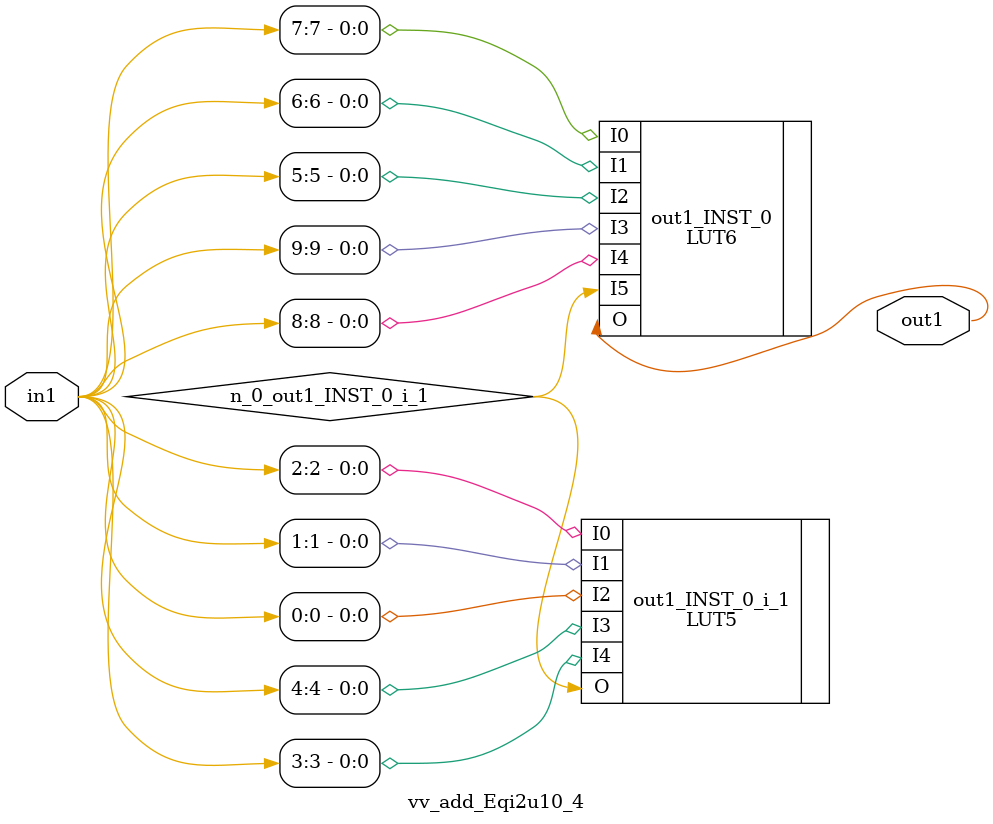
<source format=v>
`timescale 1 ps / 1 ps

(* STRUCTURAL_NETLIST = "yes" *)
module vv_add_Eqi2u10_4
   (in1,
    out1);
  input [9:0]in1;
  output out1;

  wire [9:0]in1;
  wire n_0_out1_INST_0_i_1;
  wire out1;

LUT6 #(
    .INIT(64'h0000000000000001)) 
     out1_INST_0
       (.I0(in1[7]),
        .I1(in1[6]),
        .I2(in1[5]),
        .I3(in1[9]),
        .I4(in1[8]),
        .I5(n_0_out1_INST_0_i_1),
        .O(out1));
LUT5 #(
    .INIT(32'hFFFFFFFB)) 
     out1_INST_0_i_1
       (.I0(in1[2]),
        .I1(in1[1]),
        .I2(in1[0]),
        .I3(in1[4]),
        .I4(in1[3]),
        .O(n_0_out1_INST_0_i_1));
endmodule


</source>
